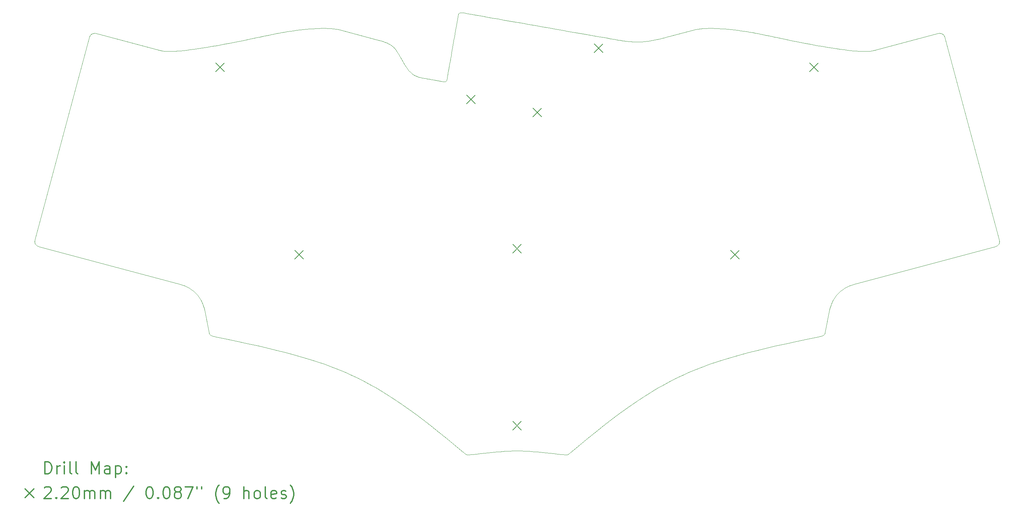
<source format=gbr>
%FSLAX45Y45*%
G04 Gerber Fmt 4.5, Leading zero omitted, Abs format (unit mm)*
G04 Created by KiCad (PCBNEW (5.1.9)-1) date 2021-07-05 22:29:36*
%MOMM*%
%LPD*%
G01*
G04 APERTURE LIST*
%TA.AperFunction,Profile*%
%ADD10C,0.100000*%
%TD*%
%ADD11C,0.200000*%
%ADD12C,0.300000*%
G04 APERTURE END LIST*
D10*
X10020000Y-5442500D02*
X10957500Y-5694000D01*
X18912500Y-5442500D02*
X18236000Y-5624000D01*
X23537500Y-5945000D02*
X25099500Y-5527000D01*
X20999500Y-5624000D02*
X21199555Y-5666006D01*
X21199555Y-5666006D02*
X21388300Y-5704729D01*
X21388300Y-5704729D02*
X21566085Y-5740292D01*
X21566085Y-5740292D02*
X21733264Y-5772816D01*
X21733264Y-5772816D02*
X21890188Y-5802424D01*
X21890188Y-5802424D02*
X22037209Y-5829238D01*
X22037209Y-5829238D02*
X22174680Y-5853379D01*
X22174680Y-5853379D02*
X22302953Y-5874969D01*
X22302953Y-5874969D02*
X22422380Y-5894130D01*
X22422380Y-5894130D02*
X22533312Y-5910985D01*
X22533312Y-5910985D02*
X22636103Y-5925655D01*
X22636103Y-5925655D02*
X22731103Y-5938262D01*
X22731103Y-5938262D02*
X22818666Y-5948928D01*
X22818666Y-5948928D02*
X22899144Y-5957775D01*
X22899144Y-5957775D02*
X22972888Y-5964925D01*
X22972888Y-5964925D02*
X23040250Y-5970500D01*
X23040250Y-5970500D02*
X23101583Y-5974622D01*
X23101583Y-5974622D02*
X23157239Y-5977412D01*
X23157239Y-5977412D02*
X23207570Y-5978994D01*
X23207570Y-5978994D02*
X23252928Y-5979488D01*
X23252928Y-5979488D02*
X23293665Y-5979017D01*
X23293665Y-5979017D02*
X23330133Y-5977703D01*
X23330133Y-5977703D02*
X23362685Y-5975667D01*
X23362685Y-5975667D02*
X23391672Y-5973031D01*
X23391672Y-5973031D02*
X23417447Y-5969918D01*
X23417447Y-5969918D02*
X23440361Y-5966450D01*
X23440361Y-5966450D02*
X23460767Y-5962747D01*
X23460767Y-5962747D02*
X23479017Y-5958933D01*
X23479017Y-5958933D02*
X23495464Y-5955130D01*
X23495464Y-5955130D02*
X23510458Y-5951458D01*
X23510458Y-5951458D02*
X23524353Y-5948041D01*
X23524353Y-5948041D02*
X23537500Y-5945000D01*
X18912500Y-5442500D02*
X18972749Y-5428868D01*
X18972749Y-5428868D02*
X19036474Y-5417792D01*
X19036474Y-5417792D02*
X19103359Y-5409140D01*
X19103359Y-5409140D02*
X19173088Y-5402782D01*
X19173088Y-5402782D02*
X19245346Y-5398587D01*
X19245346Y-5398587D02*
X19319818Y-5396422D01*
X19319818Y-5396422D02*
X19396188Y-5396158D01*
X19396188Y-5396158D02*
X19474141Y-5397664D01*
X19474141Y-5397664D02*
X19553360Y-5400808D01*
X19553360Y-5400808D02*
X19633531Y-5405460D01*
X19633531Y-5405460D02*
X19714339Y-5411487D01*
X19714339Y-5411487D02*
X19795467Y-5418761D01*
X19795467Y-5418761D02*
X19876600Y-5427148D01*
X19876600Y-5427148D02*
X19957423Y-5436519D01*
X19957423Y-5436519D02*
X20037619Y-5446743D01*
X20037619Y-5446743D02*
X20116875Y-5457688D01*
X20116875Y-5457688D02*
X20194874Y-5469223D01*
X20194874Y-5469223D02*
X20271300Y-5481217D01*
X20271300Y-5481217D02*
X20345839Y-5493540D01*
X20345839Y-5493540D02*
X20418174Y-5506060D01*
X20418174Y-5506060D02*
X20487990Y-5518646D01*
X20487990Y-5518646D02*
X20554972Y-5531167D01*
X20554972Y-5531167D02*
X20618805Y-5543493D01*
X20618805Y-5543493D02*
X20679172Y-5555492D01*
X20679172Y-5555492D02*
X20735758Y-5567033D01*
X20735758Y-5567033D02*
X20788248Y-5577986D01*
X20788248Y-5577986D02*
X20836327Y-5588219D01*
X20836327Y-5588219D02*
X20879678Y-5597600D01*
X20879678Y-5597600D02*
X20917986Y-5606001D01*
X20917986Y-5606001D02*
X20950936Y-5613288D01*
X20950936Y-5613288D02*
X20978213Y-5619331D01*
X20978213Y-5619331D02*
X20999500Y-5624000D01*
X7933000Y-5624000D02*
X7732923Y-5666006D01*
X7732923Y-5666006D02*
X7544118Y-5704729D01*
X7544118Y-5704729D02*
X7366236Y-5740292D01*
X7366236Y-5740292D02*
X7198929Y-5772816D01*
X7198929Y-5772816D02*
X7041849Y-5802424D01*
X7041849Y-5802424D02*
X6894648Y-5829238D01*
X6894648Y-5829238D02*
X6756978Y-5853379D01*
X6756978Y-5853379D02*
X6628492Y-5874969D01*
X6628492Y-5874969D02*
X6508841Y-5894130D01*
X6508841Y-5894130D02*
X6397677Y-5910985D01*
X6397677Y-5910985D02*
X6294652Y-5925655D01*
X6294652Y-5925655D02*
X6199419Y-5938262D01*
X6199419Y-5938262D02*
X6111629Y-5948928D01*
X6111629Y-5948928D02*
X6030934Y-5957775D01*
X6030934Y-5957775D02*
X5956986Y-5964925D01*
X5956986Y-5964925D02*
X5889437Y-5970500D01*
X5889437Y-5970500D02*
X5827940Y-5974622D01*
X5827940Y-5974622D02*
X5772146Y-5977412D01*
X5772146Y-5977412D02*
X5721708Y-5978994D01*
X5721708Y-5978994D02*
X5676276Y-5979488D01*
X5676276Y-5979488D02*
X5635504Y-5979017D01*
X5635504Y-5979017D02*
X5599043Y-5977703D01*
X5599043Y-5977703D02*
X5566546Y-5975667D01*
X5566546Y-5975667D02*
X5537664Y-5973031D01*
X5537664Y-5973031D02*
X5512049Y-5969918D01*
X5512049Y-5969918D02*
X5489354Y-5966450D01*
X5489354Y-5966450D02*
X5469230Y-5962747D01*
X5469230Y-5962747D02*
X5451329Y-5958933D01*
X5451329Y-5958933D02*
X5435304Y-5955130D01*
X5435304Y-5955130D02*
X5420806Y-5951458D01*
X5420806Y-5951458D02*
X5407487Y-5948041D01*
X5407487Y-5948041D02*
X5395000Y-5945000D01*
X5395000Y-5945000D02*
X3833000Y-5527000D01*
X10020000Y-5442500D02*
X9959751Y-5428868D01*
X9959751Y-5428868D02*
X9896026Y-5417792D01*
X9896026Y-5417792D02*
X9829141Y-5409140D01*
X9829141Y-5409140D02*
X9759412Y-5402782D01*
X9759412Y-5402782D02*
X9687154Y-5398587D01*
X9687154Y-5398587D02*
X9612682Y-5396422D01*
X9612682Y-5396422D02*
X9536312Y-5396158D01*
X9536312Y-5396158D02*
X9458359Y-5397664D01*
X9458359Y-5397664D02*
X9379140Y-5400808D01*
X9379140Y-5400808D02*
X9298969Y-5405460D01*
X9298969Y-5405460D02*
X9218161Y-5411487D01*
X9218161Y-5411487D02*
X9137033Y-5418761D01*
X9137033Y-5418761D02*
X9055900Y-5427148D01*
X9055900Y-5427148D02*
X8975077Y-5436519D01*
X8975077Y-5436519D02*
X8894881Y-5446743D01*
X8894881Y-5446743D02*
X8815625Y-5457688D01*
X8815625Y-5457688D02*
X8737626Y-5469223D01*
X8737626Y-5469223D02*
X8661200Y-5481217D01*
X8661200Y-5481217D02*
X8586661Y-5493540D01*
X8586661Y-5493540D02*
X8514326Y-5506060D01*
X8514326Y-5506060D02*
X8444510Y-5518646D01*
X8444510Y-5518646D02*
X8377527Y-5531167D01*
X8377527Y-5531167D02*
X8313695Y-5543493D01*
X8313695Y-5543493D02*
X8253328Y-5555492D01*
X8253328Y-5555492D02*
X8196742Y-5567033D01*
X8196742Y-5567033D02*
X8144252Y-5577986D01*
X8144252Y-5577986D02*
X8096173Y-5588219D01*
X8096173Y-5588219D02*
X8052822Y-5597600D01*
X8052822Y-5597600D02*
X8014514Y-5606001D01*
X8014514Y-5606001D02*
X7981564Y-5613288D01*
X7981564Y-5613288D02*
X7954287Y-5619331D01*
X7954287Y-5619331D02*
X7933000Y-5624000D01*
X6678000Y-13091000D02*
X6681750Y-13105824D01*
X6681750Y-13105824D02*
X6686249Y-13118889D01*
X6686249Y-13118889D02*
X6691497Y-13130333D01*
X6691497Y-13130333D02*
X6697492Y-13140297D01*
X6697492Y-13140297D02*
X6704235Y-13148919D01*
X6704235Y-13148919D02*
X6711724Y-13156338D01*
X6711724Y-13156338D02*
X6719958Y-13162694D01*
X6719958Y-13162694D02*
X6728937Y-13168125D01*
X6728937Y-13168125D02*
X6738661Y-13172771D01*
X6738661Y-13172771D02*
X6749128Y-13176771D01*
X6749128Y-13176771D02*
X6760337Y-13180265D01*
X6760337Y-13180265D02*
X6772289Y-13183391D01*
X6772289Y-13183391D02*
X6784982Y-13186288D01*
X6784982Y-13186288D02*
X6798415Y-13189096D01*
X6798415Y-13189096D02*
X6812588Y-13191953D01*
X6812588Y-13191953D02*
X6827500Y-13195000D01*
X3660000Y-5610000D02*
X2278000Y-10755000D01*
X3833000Y-5527000D02*
X3822740Y-5524658D01*
X3822740Y-5524658D02*
X3811580Y-5522938D01*
X3811580Y-5522938D02*
X3799696Y-5521920D01*
X3799696Y-5521920D02*
X3787266Y-5521688D01*
X3787266Y-5521688D02*
X3774466Y-5522322D01*
X3774466Y-5522322D02*
X3761475Y-5523906D01*
X3761475Y-5523906D02*
X3748468Y-5526521D01*
X3748468Y-5526521D02*
X3735625Y-5530250D01*
X3735625Y-5530250D02*
X3723121Y-5535174D01*
X3723121Y-5535174D02*
X3711135Y-5541375D01*
X3711135Y-5541375D02*
X3699842Y-5548936D01*
X3699842Y-5548936D02*
X3689422Y-5557938D01*
X3689422Y-5557938D02*
X3680050Y-5568463D01*
X3680050Y-5568463D02*
X3671904Y-5580594D01*
X3671904Y-5580594D02*
X3665162Y-5594412D01*
X3665162Y-5594412D02*
X3660000Y-5610000D01*
X2278000Y-10755000D02*
X2274653Y-10774156D01*
X2274653Y-10774156D02*
X2273486Y-10791906D01*
X2273486Y-10791906D02*
X2274315Y-10808297D01*
X2274315Y-10808297D02*
X2276953Y-10823375D01*
X2276953Y-10823375D02*
X2281214Y-10837188D01*
X2281214Y-10837188D02*
X2286912Y-10849781D01*
X2286912Y-10849781D02*
X2293861Y-10861203D01*
X2293861Y-10861203D02*
X2301875Y-10871500D01*
X2301875Y-10871500D02*
X2310768Y-10880719D01*
X2310768Y-10880719D02*
X2320354Y-10888906D01*
X2320354Y-10888906D02*
X2330446Y-10896109D01*
X2330446Y-10896109D02*
X2340859Y-10902375D01*
X2340859Y-10902375D02*
X2351407Y-10907750D01*
X2351407Y-10907750D02*
X2361904Y-10912281D01*
X2361904Y-10912281D02*
X2372164Y-10916016D01*
X2372164Y-10916016D02*
X2382000Y-10919000D01*
X26654000Y-10755000D02*
X26657347Y-10774156D01*
X26657347Y-10774156D02*
X26658514Y-10791906D01*
X26658514Y-10791906D02*
X26657685Y-10808297D01*
X26657685Y-10808297D02*
X26655047Y-10823375D01*
X26655047Y-10823375D02*
X26650786Y-10837188D01*
X26650786Y-10837188D02*
X26645088Y-10849781D01*
X26645088Y-10849781D02*
X26638139Y-10861203D01*
X26638139Y-10861203D02*
X26630125Y-10871500D01*
X26630125Y-10871500D02*
X26621232Y-10880719D01*
X26621232Y-10880719D02*
X26611646Y-10888906D01*
X26611646Y-10888906D02*
X26601554Y-10896109D01*
X26601554Y-10896109D02*
X26591141Y-10902375D01*
X26591141Y-10902375D02*
X26580592Y-10907750D01*
X26580592Y-10907750D02*
X26570096Y-10912281D01*
X26570096Y-10912281D02*
X26559836Y-10916016D01*
X26559836Y-10916016D02*
X26550000Y-10919000D01*
X25272000Y-5610000D02*
X26654000Y-10755000D01*
X25099000Y-5527000D02*
X25109259Y-5524658D01*
X25109259Y-5524658D02*
X25120420Y-5522938D01*
X25120420Y-5522938D02*
X25132304Y-5521920D01*
X25132304Y-5521920D02*
X25144734Y-5521688D01*
X25144734Y-5521688D02*
X25157534Y-5522322D01*
X25157534Y-5522322D02*
X25170525Y-5523906D01*
X25170525Y-5523906D02*
X25183531Y-5526521D01*
X25183531Y-5526521D02*
X25196375Y-5530250D01*
X25196375Y-5530250D02*
X25208879Y-5535174D01*
X25208879Y-5535174D02*
X25220865Y-5541375D01*
X25220865Y-5541375D02*
X25232157Y-5548936D01*
X25232157Y-5548936D02*
X25242578Y-5557938D01*
X25242578Y-5557938D02*
X25251950Y-5568463D01*
X25251950Y-5568463D02*
X25260096Y-5580594D01*
X25260096Y-5580594D02*
X25266838Y-5594412D01*
X25266838Y-5594412D02*
X25272000Y-5610000D01*
X13223000Y-16191000D02*
X13336306Y-16178467D01*
X13336306Y-16178467D02*
X13442718Y-16166742D01*
X13442718Y-16166742D02*
X13542696Y-16155826D01*
X13542696Y-16155826D02*
X13636699Y-16145719D01*
X13636699Y-16145719D02*
X13725187Y-16136420D01*
X13725187Y-16136420D02*
X13808620Y-16127930D01*
X13808620Y-16127930D02*
X13887456Y-16120248D01*
X13887456Y-16120248D02*
X13962156Y-16113375D01*
X13962156Y-16113375D02*
X14033180Y-16107310D01*
X14033180Y-16107310D02*
X14100986Y-16102055D01*
X14100986Y-16102055D02*
X14166034Y-16097607D01*
X14166034Y-16097607D02*
X14228785Y-16093969D01*
X14228785Y-16093969D02*
X14289697Y-16091139D01*
X14289697Y-16091139D02*
X14349231Y-16089117D01*
X14349231Y-16089117D02*
X14407845Y-16087904D01*
X14407845Y-16087904D02*
X14466000Y-16087500D01*
X14466000Y-16087500D02*
X14524155Y-16087904D01*
X14524155Y-16087904D02*
X14582769Y-16089117D01*
X14582769Y-16089117D02*
X14642302Y-16091139D01*
X14642302Y-16091139D02*
X14703215Y-16093969D01*
X14703215Y-16093969D02*
X14765965Y-16097607D01*
X14765965Y-16097607D02*
X14831014Y-16102055D01*
X14831014Y-16102055D02*
X14898820Y-16107310D01*
X14898820Y-16107310D02*
X14969844Y-16113375D01*
X14969844Y-16113375D02*
X15044544Y-16120248D01*
X15044544Y-16120248D02*
X15123380Y-16127930D01*
X15123380Y-16127930D02*
X15206813Y-16136420D01*
X15206813Y-16136420D02*
X15295301Y-16145719D01*
X15295301Y-16145719D02*
X15389304Y-16155826D01*
X15389304Y-16155826D02*
X15489282Y-16166742D01*
X15489282Y-16166742D02*
X15595694Y-16178467D01*
X15595694Y-16178467D02*
X15709000Y-16191000D01*
X15709000Y-16191000D02*
X15719326Y-16191298D01*
X15719326Y-16191298D02*
X15729595Y-16189482D01*
X15729595Y-16189482D02*
X15739959Y-16185704D01*
X15739959Y-16185704D02*
X15750572Y-16180119D01*
X15750572Y-16180119D02*
X15761587Y-16172879D01*
X15761587Y-16172879D02*
X15773158Y-16164138D01*
X15773158Y-16164138D02*
X15781256Y-16157553D01*
X15781256Y-16157553D02*
X15789714Y-16150413D01*
X15789714Y-16150413D02*
X15798578Y-16142766D01*
X15798578Y-16142766D02*
X15807893Y-16134655D01*
X15807893Y-16134655D02*
X15817705Y-16126127D01*
X15817705Y-16126127D02*
X15828059Y-16117227D01*
X15828059Y-16117227D02*
X15839000Y-16108000D01*
X6567000Y-12532000D02*
X6559496Y-12497127D01*
X6559496Y-12497127D02*
X6550882Y-12463196D01*
X6550882Y-12463196D02*
X6541189Y-12430203D01*
X6541189Y-12430203D02*
X6530449Y-12398146D01*
X6530449Y-12398146D02*
X6518694Y-12367024D01*
X6518694Y-12367024D02*
X6505955Y-12336832D01*
X6505955Y-12336832D02*
X6492266Y-12307570D01*
X6492266Y-12307570D02*
X6477656Y-12279234D01*
X6477656Y-12279234D02*
X6462159Y-12251823D01*
X6462159Y-12251823D02*
X6445806Y-12225334D01*
X6445806Y-12225334D02*
X6428629Y-12199764D01*
X6428629Y-12199764D02*
X6410660Y-12175111D01*
X6410660Y-12175111D02*
X6391931Y-12151373D01*
X6391931Y-12151373D02*
X6372473Y-12128548D01*
X6372473Y-12128548D02*
X6352319Y-12106633D01*
X6352319Y-12106633D02*
X6331500Y-12085625D01*
X6331500Y-12085625D02*
X6310048Y-12065522D01*
X6310048Y-12065522D02*
X6287996Y-12046323D01*
X6287996Y-12046323D02*
X6265374Y-12028024D01*
X6265374Y-12028024D02*
X6242215Y-12010623D01*
X6242215Y-12010623D02*
X6218550Y-11994118D01*
X6218550Y-11994118D02*
X6194412Y-11978506D01*
X6194412Y-11978506D02*
X6169833Y-11963785D01*
X6169833Y-11963785D02*
X6144844Y-11949953D01*
X6144844Y-11949953D02*
X6119476Y-11937007D01*
X6119476Y-11937007D02*
X6093763Y-11924945D01*
X6093763Y-11924945D02*
X6067736Y-11913764D01*
X6067736Y-11913764D02*
X6041426Y-11903463D01*
X6041426Y-11903463D02*
X6014865Y-11894038D01*
X6014865Y-11894038D02*
X5988086Y-11885487D01*
X5988086Y-11885487D02*
X5961121Y-11877809D01*
X5961121Y-11877809D02*
X5934000Y-11871000D01*
X6567000Y-12532000D02*
X6678000Y-13091000D01*
X22254000Y-13091000D02*
X22250250Y-13105824D01*
X22250250Y-13105824D02*
X22245751Y-13118889D01*
X22245751Y-13118889D02*
X22240503Y-13130333D01*
X22240503Y-13130333D02*
X22234508Y-13140297D01*
X22234508Y-13140297D02*
X22227765Y-13148919D01*
X22227765Y-13148919D02*
X22220276Y-13156338D01*
X22220276Y-13156338D02*
X22212042Y-13162694D01*
X22212042Y-13162694D02*
X22203063Y-13168125D01*
X22203063Y-13168125D02*
X22193339Y-13172771D01*
X22193339Y-13172771D02*
X22182872Y-13176771D01*
X22182872Y-13176771D02*
X22171662Y-13180265D01*
X22171662Y-13180265D02*
X22159711Y-13183391D01*
X22159711Y-13183391D02*
X22147018Y-13186288D01*
X22147018Y-13186288D02*
X22133585Y-13189096D01*
X22133585Y-13189096D02*
X22119412Y-13191953D01*
X22119412Y-13191953D02*
X22104500Y-13195000D01*
X22365000Y-12532000D02*
X22372503Y-12497127D01*
X22372503Y-12497127D02*
X22381118Y-12463196D01*
X22381118Y-12463196D02*
X22390811Y-12430203D01*
X22390811Y-12430203D02*
X22401551Y-12398146D01*
X22401551Y-12398146D02*
X22413306Y-12367024D01*
X22413306Y-12367024D02*
X22426044Y-12336832D01*
X22426044Y-12336832D02*
X22439734Y-12307570D01*
X22439734Y-12307570D02*
X22454344Y-12279234D01*
X22454344Y-12279234D02*
X22469841Y-12251823D01*
X22469841Y-12251823D02*
X22486194Y-12225334D01*
X22486194Y-12225334D02*
X22503371Y-12199764D01*
X22503371Y-12199764D02*
X22521340Y-12175111D01*
X22521340Y-12175111D02*
X22540069Y-12151373D01*
X22540069Y-12151373D02*
X22559527Y-12128548D01*
X22559527Y-12128548D02*
X22579681Y-12106633D01*
X22579681Y-12106633D02*
X22600500Y-12085625D01*
X22600500Y-12085625D02*
X22621952Y-12065522D01*
X22621952Y-12065522D02*
X22644004Y-12046323D01*
X22644004Y-12046323D02*
X22666626Y-12028024D01*
X22666626Y-12028024D02*
X22689785Y-12010623D01*
X22689785Y-12010623D02*
X22713449Y-11994118D01*
X22713449Y-11994118D02*
X22737587Y-11978506D01*
X22737587Y-11978506D02*
X22762167Y-11963785D01*
X22762167Y-11963785D02*
X22787156Y-11949953D01*
X22787156Y-11949953D02*
X22812523Y-11937007D01*
X22812523Y-11937007D02*
X22838237Y-11924945D01*
X22838237Y-11924945D02*
X22864264Y-11913764D01*
X22864264Y-11913764D02*
X22890574Y-11903463D01*
X22890574Y-11903463D02*
X22917134Y-11894038D01*
X22917134Y-11894038D02*
X22943913Y-11885487D01*
X22943913Y-11885487D02*
X22970879Y-11877809D01*
X22970879Y-11877809D02*
X22998000Y-11871000D01*
X22365000Y-12532000D02*
X22254000Y-13091000D01*
X13223000Y-16191000D02*
X13212674Y-16191298D01*
X13212674Y-16191298D02*
X13202405Y-16189482D01*
X13202405Y-16189482D02*
X13192041Y-16185704D01*
X13192041Y-16185704D02*
X13181428Y-16180119D01*
X13181428Y-16180119D02*
X13170412Y-16172879D01*
X13170412Y-16172879D02*
X13158842Y-16164138D01*
X13158842Y-16164138D02*
X13150744Y-16157553D01*
X13150744Y-16157553D02*
X13142286Y-16150413D01*
X13142286Y-16150413D02*
X13133422Y-16142766D01*
X13133422Y-16142766D02*
X13124107Y-16134655D01*
X13124107Y-16134655D02*
X13114295Y-16126127D01*
X13114295Y-16126127D02*
X13103941Y-16117227D01*
X13103941Y-16117227D02*
X13093000Y-16108000D01*
X26550000Y-10919000D02*
X22998000Y-11871000D01*
X22104500Y-13195000D02*
X21811846Y-13255910D01*
X21811846Y-13255910D02*
X21532917Y-13315132D01*
X21532917Y-13315132D02*
X21266966Y-13373030D01*
X21266966Y-13373030D02*
X21013244Y-13429967D01*
X21013244Y-13429967D02*
X20771005Y-13486305D01*
X20771005Y-13486305D02*
X20539500Y-13542407D01*
X20539500Y-13542407D02*
X20317982Y-13598638D01*
X20317982Y-13598638D02*
X20105703Y-13655359D01*
X20105703Y-13655359D02*
X19901916Y-13712935D01*
X19901916Y-13712935D02*
X19705873Y-13771727D01*
X19705873Y-13771727D02*
X19516827Y-13832100D01*
X19516827Y-13832100D02*
X19334029Y-13894416D01*
X19334029Y-13894416D02*
X19156733Y-13959038D01*
X19156733Y-13959038D02*
X18984190Y-14026330D01*
X18984190Y-14026330D02*
X18815653Y-14096655D01*
X18815653Y-14096655D02*
X18650375Y-14170375D01*
X18650375Y-14170375D02*
X18487607Y-14247854D01*
X18487607Y-14247854D02*
X18326603Y-14329455D01*
X18326603Y-14329455D02*
X18166614Y-14415541D01*
X18166614Y-14415541D02*
X18006893Y-14506475D01*
X18006893Y-14506475D02*
X17846692Y-14602620D01*
X17846692Y-14602620D02*
X17685263Y-14704339D01*
X17685263Y-14704339D02*
X17521860Y-14811996D01*
X17521860Y-14811996D02*
X17355734Y-14925953D01*
X17355734Y-14925953D02*
X17186138Y-15046574D01*
X17186138Y-15046574D02*
X17012324Y-15174221D01*
X17012324Y-15174221D02*
X16833545Y-15309259D01*
X16833545Y-15309259D02*
X16649053Y-15452049D01*
X16649053Y-15452049D02*
X16458100Y-15602955D01*
X16458100Y-15602955D02*
X16259938Y-15762340D01*
X16259938Y-15762340D02*
X16053821Y-15930567D01*
X16053821Y-15930567D02*
X15839000Y-16108000D01*
X16993000Y-5687000D02*
X17029934Y-5693582D01*
X17029934Y-5693582D02*
X17066341Y-5699817D01*
X17066341Y-5699817D02*
X17102286Y-5705682D01*
X17102286Y-5705682D02*
X17137834Y-5711158D01*
X17137834Y-5711158D02*
X17173051Y-5716225D01*
X17173051Y-5716225D02*
X17208000Y-5720862D01*
X17208000Y-5720862D02*
X17242748Y-5725049D01*
X17242748Y-5725049D02*
X17277359Y-5728766D01*
X17277359Y-5728766D02*
X17311899Y-5731991D01*
X17311899Y-5731991D02*
X17346431Y-5734706D01*
X17346431Y-5734706D02*
X17381022Y-5736890D01*
X17381022Y-5736890D02*
X17415736Y-5738521D01*
X17415736Y-5738521D02*
X17450639Y-5739581D01*
X17450639Y-5739581D02*
X17485794Y-5740048D01*
X17485794Y-5740048D02*
X17521268Y-5739903D01*
X17521268Y-5739903D02*
X17557125Y-5739125D01*
X17557125Y-5739125D02*
X17593430Y-5737693D01*
X17593430Y-5737693D02*
X17630249Y-5735588D01*
X17630249Y-5735588D02*
X17667646Y-5732789D01*
X17667646Y-5732789D02*
X17705686Y-5729275D01*
X17705686Y-5729275D02*
X17744434Y-5725027D01*
X17744434Y-5725027D02*
X17783955Y-5720024D01*
X17783955Y-5720024D02*
X17824315Y-5714246D01*
X17824315Y-5714246D02*
X17865578Y-5707672D01*
X17865578Y-5707672D02*
X17907809Y-5700282D01*
X17907809Y-5700282D02*
X17951074Y-5692056D01*
X17951074Y-5692056D02*
X17995437Y-5682973D01*
X17995437Y-5682973D02*
X18040963Y-5673014D01*
X18040963Y-5673014D02*
X18087717Y-5662157D01*
X18087717Y-5662157D02*
X18135765Y-5650382D01*
X18135765Y-5650382D02*
X18185171Y-5637670D01*
X18185171Y-5637670D02*
X18236000Y-5624000D01*
X12606000Y-6747000D02*
X12620201Y-6749027D01*
X12620201Y-6749027D02*
X12633017Y-6749507D01*
X12633017Y-6749507D02*
X12644489Y-6748474D01*
X12644489Y-6748474D02*
X12654656Y-6745963D01*
X12654656Y-6745963D02*
X12666250Y-6740375D01*
X12666250Y-6740375D02*
X12675687Y-6732303D01*
X12675687Y-6732303D02*
X12683062Y-6721828D01*
X12683062Y-6721828D02*
X12687297Y-6712445D01*
X12687297Y-6712445D02*
X12690463Y-6701791D01*
X12690463Y-6701791D02*
X12692000Y-6694000D01*
X11575000Y-6233000D02*
X11596531Y-6269569D01*
X11596531Y-6269569D02*
X11617303Y-6303775D01*
X11617303Y-6303775D02*
X11637394Y-6335711D01*
X11637394Y-6335711D02*
X11656881Y-6365469D01*
X11656881Y-6365469D02*
X11675843Y-6393140D01*
X11675843Y-6393140D02*
X11694358Y-6418818D01*
X11694358Y-6418818D02*
X11712504Y-6442595D01*
X11712504Y-6442595D02*
X11730359Y-6464562D01*
X11730359Y-6464562D02*
X11748002Y-6484813D01*
X11748002Y-6484813D02*
X11765511Y-6503439D01*
X11765511Y-6503439D02*
X11782964Y-6520533D01*
X11782964Y-6520533D02*
X11800439Y-6536187D01*
X11800439Y-6536187D02*
X11818015Y-6550494D01*
X11818015Y-6550494D02*
X11835769Y-6563545D01*
X11835769Y-6563545D02*
X11853779Y-6575433D01*
X11853779Y-6575433D02*
X11872125Y-6586250D01*
X11872125Y-6586250D02*
X11890884Y-6596089D01*
X11890884Y-6596089D02*
X11910133Y-6605041D01*
X11910133Y-6605041D02*
X11929953Y-6613199D01*
X11929953Y-6613199D02*
X11950420Y-6620656D01*
X11950420Y-6620656D02*
X11971613Y-6627504D01*
X11971613Y-6627504D02*
X11993610Y-6633834D01*
X11993610Y-6633834D02*
X12016489Y-6639739D01*
X12016489Y-6639739D02*
X12040328Y-6645312D01*
X12040328Y-6645312D02*
X12065206Y-6650645D01*
X12065206Y-6650645D02*
X12091201Y-6655830D01*
X12091201Y-6655830D02*
X12118391Y-6660959D01*
X12118391Y-6660959D02*
X12146853Y-6666125D01*
X12146853Y-6666125D02*
X12176668Y-6671420D01*
X12176668Y-6671420D02*
X12207911Y-6676935D01*
X12207911Y-6676935D02*
X12240663Y-6682765D01*
X12240663Y-6682765D02*
X12275000Y-6689000D01*
X11575000Y-6233000D02*
X11556953Y-6200893D01*
X11556953Y-6200893D02*
X11539869Y-6170345D01*
X11539869Y-6170345D02*
X11523642Y-6141300D01*
X11523642Y-6141300D02*
X11508169Y-6113699D01*
X11508169Y-6113699D02*
X11493345Y-6087486D01*
X11493345Y-6087486D02*
X11479066Y-6062602D01*
X11479066Y-6062602D02*
X11465228Y-6038990D01*
X11465228Y-6038990D02*
X11451726Y-6016594D01*
X11451726Y-6016594D02*
X11438457Y-5995354D01*
X11438457Y-5995354D02*
X11425315Y-5975214D01*
X11425315Y-5975214D02*
X11412198Y-5956117D01*
X11412198Y-5956117D02*
X11398999Y-5938004D01*
X11398999Y-5938004D02*
X11385615Y-5920818D01*
X11385615Y-5920818D02*
X11371943Y-5904502D01*
X11371943Y-5904502D02*
X11357876Y-5888999D01*
X11357876Y-5888999D02*
X11343312Y-5874250D01*
X11343312Y-5874250D02*
X11328146Y-5860198D01*
X11328146Y-5860198D02*
X11312274Y-5846787D01*
X11312274Y-5846787D02*
X11295591Y-5833957D01*
X11295591Y-5833957D02*
X11277993Y-5821652D01*
X11277993Y-5821652D02*
X11259376Y-5809815D01*
X11259376Y-5809815D02*
X11239636Y-5798387D01*
X11239636Y-5798387D02*
X11218667Y-5787312D01*
X11218667Y-5787312D02*
X11196367Y-5776531D01*
X11196367Y-5776531D02*
X11172631Y-5765988D01*
X11172631Y-5765988D02*
X11147354Y-5755624D01*
X11147354Y-5755624D02*
X11120432Y-5745383D01*
X11120432Y-5745383D02*
X11091761Y-5735207D01*
X11091761Y-5735207D02*
X11061236Y-5725038D01*
X11061236Y-5725038D02*
X11028754Y-5714819D01*
X11028754Y-5714819D02*
X10994210Y-5704492D01*
X10994210Y-5704492D02*
X10957500Y-5694000D01*
X2382000Y-10919000D02*
X5934000Y-11871000D01*
X12606000Y-6747000D02*
X12595899Y-6745230D01*
X12595899Y-6745230D02*
X12583807Y-6743111D01*
X12583807Y-6743111D02*
X12571908Y-6741026D01*
X12571908Y-6741026D02*
X12556372Y-6738304D01*
X12556372Y-6738304D02*
X12536715Y-6734859D01*
X12536715Y-6734859D02*
X12525189Y-6732840D01*
X12525189Y-6732840D02*
X12512452Y-6730608D01*
X12512452Y-6730608D02*
X12498441Y-6728153D01*
X12498441Y-6728153D02*
X12483097Y-6725464D01*
X12483097Y-6725464D02*
X12466359Y-6722531D01*
X12466359Y-6722531D02*
X12448167Y-6719343D01*
X12448167Y-6719343D02*
X12428459Y-6715890D01*
X12428459Y-6715890D02*
X12407176Y-6712161D01*
X12407176Y-6712161D02*
X12384256Y-6708144D01*
X12384256Y-6708144D02*
X12359639Y-6703831D01*
X12359639Y-6703831D02*
X12333264Y-6699209D01*
X12333264Y-6699209D02*
X12305072Y-6694269D01*
X12305072Y-6694269D02*
X12275000Y-6689000D01*
X16993000Y-5687000D02*
X16919035Y-5674295D01*
X16919035Y-5674295D02*
X16831523Y-5659180D01*
X16831523Y-5659180D02*
X16731505Y-5641838D01*
X16731505Y-5641838D02*
X16620025Y-5622455D01*
X16620025Y-5622455D02*
X16498125Y-5601215D01*
X16498125Y-5601215D02*
X16366847Y-5578303D01*
X16366847Y-5578303D02*
X16227234Y-5553905D01*
X16227234Y-5553905D02*
X16080328Y-5528203D01*
X16080328Y-5528203D02*
X15927171Y-5501384D01*
X15927171Y-5501384D02*
X15768807Y-5473632D01*
X15768807Y-5473632D02*
X15606276Y-5445132D01*
X15606276Y-5445132D02*
X15440623Y-5416068D01*
X15440623Y-5416068D02*
X15272889Y-5386626D01*
X15272889Y-5386626D02*
X15104116Y-5356990D01*
X15104116Y-5356990D02*
X14935347Y-5327345D01*
X14935347Y-5327345D02*
X14767625Y-5297875D01*
X14767625Y-5297875D02*
X14601992Y-5268766D01*
X14601992Y-5268766D02*
X14439489Y-5240201D01*
X14439489Y-5240201D02*
X14281161Y-5212367D01*
X14281161Y-5212367D02*
X14128049Y-5185447D01*
X14128049Y-5185447D02*
X13981195Y-5159627D01*
X13981195Y-5159627D02*
X13841642Y-5135091D01*
X13841642Y-5135091D02*
X13710433Y-5112023D01*
X13710433Y-5112023D02*
X13588609Y-5090609D01*
X13588609Y-5090609D02*
X13477214Y-5071034D01*
X13477214Y-5071034D02*
X13377289Y-5053482D01*
X13377289Y-5053482D02*
X13289878Y-5038137D01*
X13289878Y-5038137D02*
X13216021Y-5025186D01*
X13216021Y-5025186D02*
X13156763Y-5014811D01*
X13156763Y-5014811D02*
X13113145Y-5007199D01*
X13113145Y-5007199D02*
X13086210Y-5002534D01*
X13086210Y-5002534D02*
X13077000Y-5001000D01*
X6827500Y-13195000D02*
X7120154Y-13255910D01*
X7120154Y-13255910D02*
X7399083Y-13315132D01*
X7399083Y-13315132D02*
X7665034Y-13373030D01*
X7665034Y-13373030D02*
X7918756Y-13429967D01*
X7918756Y-13429967D02*
X8160995Y-13486305D01*
X8160995Y-13486305D02*
X8392500Y-13542407D01*
X8392500Y-13542407D02*
X8614018Y-13598638D01*
X8614018Y-13598638D02*
X8826297Y-13655359D01*
X8826297Y-13655359D02*
X9030084Y-13712935D01*
X9030084Y-13712935D02*
X9226127Y-13771727D01*
X9226127Y-13771727D02*
X9415173Y-13832100D01*
X9415173Y-13832100D02*
X9597971Y-13894416D01*
X9597971Y-13894416D02*
X9775267Y-13959038D01*
X9775267Y-13959038D02*
X9947810Y-14026330D01*
X9947810Y-14026330D02*
X10116347Y-14096655D01*
X10116347Y-14096655D02*
X10281625Y-14170375D01*
X10281625Y-14170375D02*
X10444393Y-14247854D01*
X10444393Y-14247854D02*
X10605397Y-14329455D01*
X10605397Y-14329455D02*
X10765386Y-14415541D01*
X10765386Y-14415541D02*
X10925107Y-14506475D01*
X10925107Y-14506475D02*
X11085308Y-14602620D01*
X11085308Y-14602620D02*
X11246736Y-14704339D01*
X11246736Y-14704339D02*
X11410140Y-14811996D01*
X11410140Y-14811996D02*
X11576266Y-14925953D01*
X11576266Y-14925953D02*
X11745862Y-15046574D01*
X11745862Y-15046574D02*
X11919675Y-15174221D01*
X11919675Y-15174221D02*
X12098455Y-15309259D01*
X12098455Y-15309259D02*
X12282947Y-15452049D01*
X12282947Y-15452049D02*
X12473900Y-15602955D01*
X12473900Y-15602955D02*
X12672062Y-15762340D01*
X12672062Y-15762340D02*
X12878179Y-15930567D01*
X12878179Y-15930567D02*
X13093000Y-16108000D01*
X12980000Y-5050000D02*
X12953835Y-5199359D01*
X12953835Y-5199359D02*
X12929305Y-5339386D01*
X12929305Y-5339386D02*
X12906356Y-5470382D01*
X12906356Y-5470382D02*
X12884937Y-5592648D01*
X12884937Y-5592648D02*
X12864995Y-5706486D01*
X12864995Y-5706486D02*
X12846476Y-5812196D01*
X12846476Y-5812196D02*
X12829329Y-5910080D01*
X12829329Y-5910080D02*
X12813500Y-6000437D01*
X12813500Y-6000437D02*
X12798936Y-6083571D01*
X12798936Y-6083571D02*
X12785586Y-6159780D01*
X12785586Y-6159780D02*
X12773395Y-6229367D01*
X12773395Y-6229367D02*
X12762312Y-6292633D01*
X12762312Y-6292633D02*
X12752284Y-6349878D01*
X12752284Y-6349878D02*
X12743258Y-6401403D01*
X12743258Y-6401403D02*
X12735181Y-6447510D01*
X12735181Y-6447510D02*
X12728000Y-6488500D01*
X12728000Y-6488500D02*
X12721663Y-6524673D01*
X12721663Y-6524673D02*
X12716117Y-6556331D01*
X12716117Y-6556331D02*
X12711309Y-6583774D01*
X12711309Y-6583774D02*
X12707187Y-6607305D01*
X12707187Y-6607305D02*
X12703698Y-6627222D01*
X12703698Y-6627222D02*
X12700789Y-6643829D01*
X12700789Y-6643829D02*
X12698407Y-6657425D01*
X12698407Y-6657425D02*
X12696500Y-6668312D01*
X12696500Y-6668312D02*
X12693898Y-6683163D01*
X12693898Y-6683163D02*
X12692070Y-6693599D01*
X12692070Y-6693599D02*
X12692000Y-6694000D01*
X13077000Y-5001000D02*
X13066757Y-4999631D01*
X13066757Y-4999631D02*
X13055908Y-4999009D01*
X13055908Y-4999009D02*
X13044747Y-4999304D01*
X13044747Y-4999304D02*
X13033564Y-5000684D01*
X13033564Y-5000684D02*
X13022652Y-5003315D01*
X13022652Y-5003315D02*
X13012301Y-5007368D01*
X13012301Y-5007368D02*
X13002805Y-5013009D01*
X13002805Y-5013009D02*
X12994453Y-5020406D01*
X12994453Y-5020406D02*
X12987539Y-5029729D01*
X12987539Y-5029729D02*
X12982353Y-5041144D01*
X12982353Y-5041144D02*
X12980000Y-5050000D01*
D11*
X6851000Y-6271000D02*
X7071000Y-6491000D01*
X7071000Y-6271000D02*
X6851000Y-6491000D01*
X8847000Y-11015000D02*
X9067000Y-11235000D01*
X9067000Y-11015000D02*
X8847000Y-11235000D01*
X13190000Y-7090000D02*
X13410000Y-7310000D01*
X13410000Y-7090000D02*
X13190000Y-7310000D01*
X14356000Y-10858000D02*
X14576000Y-11078000D01*
X14576000Y-10858000D02*
X14356000Y-11078000D01*
X14356000Y-15340000D02*
X14576000Y-15560000D01*
X14576000Y-15340000D02*
X14356000Y-15560000D01*
X14865000Y-7415000D02*
X15085000Y-7635000D01*
X15085000Y-7415000D02*
X14865000Y-7635000D01*
X16415000Y-5790000D02*
X16635000Y-6010000D01*
X16635000Y-5790000D02*
X16415000Y-6010000D01*
X19865000Y-11015000D02*
X20085000Y-11235000D01*
X20085000Y-11015000D02*
X19865000Y-11235000D01*
X21861000Y-6271000D02*
X22081000Y-6491000D01*
X22081000Y-6271000D02*
X21861000Y-6491000D01*
D12*
X2535428Y-16666714D02*
X2535428Y-16366714D01*
X2606857Y-16366714D01*
X2649714Y-16381000D01*
X2678286Y-16409571D01*
X2692571Y-16438143D01*
X2706857Y-16495286D01*
X2706857Y-16538143D01*
X2692571Y-16595286D01*
X2678286Y-16623857D01*
X2649714Y-16652429D01*
X2606857Y-16666714D01*
X2535428Y-16666714D01*
X2835428Y-16666714D02*
X2835428Y-16466714D01*
X2835428Y-16523857D02*
X2849714Y-16495286D01*
X2864000Y-16481000D01*
X2892571Y-16466714D01*
X2921143Y-16466714D01*
X3021143Y-16666714D02*
X3021143Y-16466714D01*
X3021143Y-16366714D02*
X3006857Y-16381000D01*
X3021143Y-16395286D01*
X3035428Y-16381000D01*
X3021143Y-16366714D01*
X3021143Y-16395286D01*
X3206857Y-16666714D02*
X3178286Y-16652429D01*
X3164000Y-16623857D01*
X3164000Y-16366714D01*
X3364000Y-16666714D02*
X3335428Y-16652429D01*
X3321143Y-16623857D01*
X3321143Y-16366714D01*
X3706857Y-16666714D02*
X3706857Y-16366714D01*
X3806857Y-16581000D01*
X3906857Y-16366714D01*
X3906857Y-16666714D01*
X4178286Y-16666714D02*
X4178286Y-16509571D01*
X4164000Y-16481000D01*
X4135428Y-16466714D01*
X4078286Y-16466714D01*
X4049714Y-16481000D01*
X4178286Y-16652429D02*
X4149714Y-16666714D01*
X4078286Y-16666714D01*
X4049714Y-16652429D01*
X4035428Y-16623857D01*
X4035428Y-16595286D01*
X4049714Y-16566714D01*
X4078286Y-16552429D01*
X4149714Y-16552429D01*
X4178286Y-16538143D01*
X4321143Y-16466714D02*
X4321143Y-16766714D01*
X4321143Y-16481000D02*
X4349714Y-16466714D01*
X4406857Y-16466714D01*
X4435428Y-16481000D01*
X4449714Y-16495286D01*
X4464000Y-16523857D01*
X4464000Y-16609571D01*
X4449714Y-16638143D01*
X4435428Y-16652429D01*
X4406857Y-16666714D01*
X4349714Y-16666714D01*
X4321143Y-16652429D01*
X4592571Y-16638143D02*
X4606857Y-16652429D01*
X4592571Y-16666714D01*
X4578286Y-16652429D01*
X4592571Y-16638143D01*
X4592571Y-16666714D01*
X4592571Y-16481000D02*
X4606857Y-16495286D01*
X4592571Y-16509571D01*
X4578286Y-16495286D01*
X4592571Y-16481000D01*
X4592571Y-16509571D01*
X2029000Y-17051000D02*
X2249000Y-17271000D01*
X2249000Y-17051000D02*
X2029000Y-17271000D01*
X2521143Y-17025286D02*
X2535428Y-17011000D01*
X2564000Y-16996714D01*
X2635428Y-16996714D01*
X2664000Y-17011000D01*
X2678286Y-17025286D01*
X2692571Y-17053857D01*
X2692571Y-17082429D01*
X2678286Y-17125286D01*
X2506857Y-17296714D01*
X2692571Y-17296714D01*
X2821143Y-17268143D02*
X2835428Y-17282429D01*
X2821143Y-17296714D01*
X2806857Y-17282429D01*
X2821143Y-17268143D01*
X2821143Y-17296714D01*
X2949714Y-17025286D02*
X2964000Y-17011000D01*
X2992571Y-16996714D01*
X3064000Y-16996714D01*
X3092571Y-17011000D01*
X3106857Y-17025286D01*
X3121143Y-17053857D01*
X3121143Y-17082429D01*
X3106857Y-17125286D01*
X2935428Y-17296714D01*
X3121143Y-17296714D01*
X3306857Y-16996714D02*
X3335428Y-16996714D01*
X3364000Y-17011000D01*
X3378286Y-17025286D01*
X3392571Y-17053857D01*
X3406857Y-17111000D01*
X3406857Y-17182429D01*
X3392571Y-17239572D01*
X3378286Y-17268143D01*
X3364000Y-17282429D01*
X3335428Y-17296714D01*
X3306857Y-17296714D01*
X3278286Y-17282429D01*
X3264000Y-17268143D01*
X3249714Y-17239572D01*
X3235428Y-17182429D01*
X3235428Y-17111000D01*
X3249714Y-17053857D01*
X3264000Y-17025286D01*
X3278286Y-17011000D01*
X3306857Y-16996714D01*
X3535428Y-17296714D02*
X3535428Y-17096714D01*
X3535428Y-17125286D02*
X3549714Y-17111000D01*
X3578286Y-17096714D01*
X3621143Y-17096714D01*
X3649714Y-17111000D01*
X3664000Y-17139572D01*
X3664000Y-17296714D01*
X3664000Y-17139572D02*
X3678286Y-17111000D01*
X3706857Y-17096714D01*
X3749714Y-17096714D01*
X3778286Y-17111000D01*
X3792571Y-17139572D01*
X3792571Y-17296714D01*
X3935428Y-17296714D02*
X3935428Y-17096714D01*
X3935428Y-17125286D02*
X3949714Y-17111000D01*
X3978286Y-17096714D01*
X4021143Y-17096714D01*
X4049714Y-17111000D01*
X4064000Y-17139572D01*
X4064000Y-17296714D01*
X4064000Y-17139572D02*
X4078286Y-17111000D01*
X4106857Y-17096714D01*
X4149714Y-17096714D01*
X4178286Y-17111000D01*
X4192571Y-17139572D01*
X4192571Y-17296714D01*
X4778286Y-16982429D02*
X4521143Y-17368143D01*
X5164000Y-16996714D02*
X5192571Y-16996714D01*
X5221143Y-17011000D01*
X5235428Y-17025286D01*
X5249714Y-17053857D01*
X5264000Y-17111000D01*
X5264000Y-17182429D01*
X5249714Y-17239572D01*
X5235428Y-17268143D01*
X5221143Y-17282429D01*
X5192571Y-17296714D01*
X5164000Y-17296714D01*
X5135428Y-17282429D01*
X5121143Y-17268143D01*
X5106857Y-17239572D01*
X5092571Y-17182429D01*
X5092571Y-17111000D01*
X5106857Y-17053857D01*
X5121143Y-17025286D01*
X5135428Y-17011000D01*
X5164000Y-16996714D01*
X5392571Y-17268143D02*
X5406857Y-17282429D01*
X5392571Y-17296714D01*
X5378286Y-17282429D01*
X5392571Y-17268143D01*
X5392571Y-17296714D01*
X5592571Y-16996714D02*
X5621143Y-16996714D01*
X5649714Y-17011000D01*
X5664000Y-17025286D01*
X5678286Y-17053857D01*
X5692571Y-17111000D01*
X5692571Y-17182429D01*
X5678286Y-17239572D01*
X5664000Y-17268143D01*
X5649714Y-17282429D01*
X5621143Y-17296714D01*
X5592571Y-17296714D01*
X5564000Y-17282429D01*
X5549714Y-17268143D01*
X5535428Y-17239572D01*
X5521143Y-17182429D01*
X5521143Y-17111000D01*
X5535428Y-17053857D01*
X5549714Y-17025286D01*
X5564000Y-17011000D01*
X5592571Y-16996714D01*
X5864000Y-17125286D02*
X5835428Y-17111000D01*
X5821143Y-17096714D01*
X5806857Y-17068143D01*
X5806857Y-17053857D01*
X5821143Y-17025286D01*
X5835428Y-17011000D01*
X5864000Y-16996714D01*
X5921143Y-16996714D01*
X5949714Y-17011000D01*
X5964000Y-17025286D01*
X5978286Y-17053857D01*
X5978286Y-17068143D01*
X5964000Y-17096714D01*
X5949714Y-17111000D01*
X5921143Y-17125286D01*
X5864000Y-17125286D01*
X5835428Y-17139572D01*
X5821143Y-17153857D01*
X5806857Y-17182429D01*
X5806857Y-17239572D01*
X5821143Y-17268143D01*
X5835428Y-17282429D01*
X5864000Y-17296714D01*
X5921143Y-17296714D01*
X5949714Y-17282429D01*
X5964000Y-17268143D01*
X5978286Y-17239572D01*
X5978286Y-17182429D01*
X5964000Y-17153857D01*
X5949714Y-17139572D01*
X5921143Y-17125286D01*
X6078286Y-16996714D02*
X6278286Y-16996714D01*
X6149714Y-17296714D01*
X6378286Y-16996714D02*
X6378286Y-17053857D01*
X6492571Y-16996714D02*
X6492571Y-17053857D01*
X6935428Y-17411000D02*
X6921143Y-17396714D01*
X6892571Y-17353857D01*
X6878286Y-17325286D01*
X6864000Y-17282429D01*
X6849714Y-17211000D01*
X6849714Y-17153857D01*
X6864000Y-17082429D01*
X6878286Y-17039572D01*
X6892571Y-17011000D01*
X6921143Y-16968143D01*
X6935428Y-16953857D01*
X7064000Y-17296714D02*
X7121143Y-17296714D01*
X7149714Y-17282429D01*
X7164000Y-17268143D01*
X7192571Y-17225286D01*
X7206857Y-17168143D01*
X7206857Y-17053857D01*
X7192571Y-17025286D01*
X7178286Y-17011000D01*
X7149714Y-16996714D01*
X7092571Y-16996714D01*
X7064000Y-17011000D01*
X7049714Y-17025286D01*
X7035428Y-17053857D01*
X7035428Y-17125286D01*
X7049714Y-17153857D01*
X7064000Y-17168143D01*
X7092571Y-17182429D01*
X7149714Y-17182429D01*
X7178286Y-17168143D01*
X7192571Y-17153857D01*
X7206857Y-17125286D01*
X7564000Y-17296714D02*
X7564000Y-16996714D01*
X7692571Y-17296714D02*
X7692571Y-17139572D01*
X7678286Y-17111000D01*
X7649714Y-17096714D01*
X7606857Y-17096714D01*
X7578286Y-17111000D01*
X7564000Y-17125286D01*
X7878286Y-17296714D02*
X7849714Y-17282429D01*
X7835428Y-17268143D01*
X7821143Y-17239572D01*
X7821143Y-17153857D01*
X7835428Y-17125286D01*
X7849714Y-17111000D01*
X7878286Y-17096714D01*
X7921143Y-17096714D01*
X7949714Y-17111000D01*
X7964000Y-17125286D01*
X7978286Y-17153857D01*
X7978286Y-17239572D01*
X7964000Y-17268143D01*
X7949714Y-17282429D01*
X7921143Y-17296714D01*
X7878286Y-17296714D01*
X8149714Y-17296714D02*
X8121143Y-17282429D01*
X8106857Y-17253857D01*
X8106857Y-16996714D01*
X8378286Y-17282429D02*
X8349714Y-17296714D01*
X8292571Y-17296714D01*
X8264000Y-17282429D01*
X8249714Y-17253857D01*
X8249714Y-17139572D01*
X8264000Y-17111000D01*
X8292571Y-17096714D01*
X8349714Y-17096714D01*
X8378286Y-17111000D01*
X8392571Y-17139572D01*
X8392571Y-17168143D01*
X8249714Y-17196714D01*
X8506857Y-17282429D02*
X8535428Y-17296714D01*
X8592571Y-17296714D01*
X8621143Y-17282429D01*
X8635428Y-17253857D01*
X8635428Y-17239572D01*
X8621143Y-17211000D01*
X8592571Y-17196714D01*
X8549714Y-17196714D01*
X8521143Y-17182429D01*
X8506857Y-17153857D01*
X8506857Y-17139572D01*
X8521143Y-17111000D01*
X8549714Y-17096714D01*
X8592571Y-17096714D01*
X8621143Y-17111000D01*
X8735428Y-17411000D02*
X8749714Y-17396714D01*
X8778286Y-17353857D01*
X8792571Y-17325286D01*
X8806857Y-17282429D01*
X8821143Y-17211000D01*
X8821143Y-17153857D01*
X8806857Y-17082429D01*
X8792571Y-17039572D01*
X8778286Y-17011000D01*
X8749714Y-16968143D01*
X8735428Y-16953857D01*
M02*

</source>
